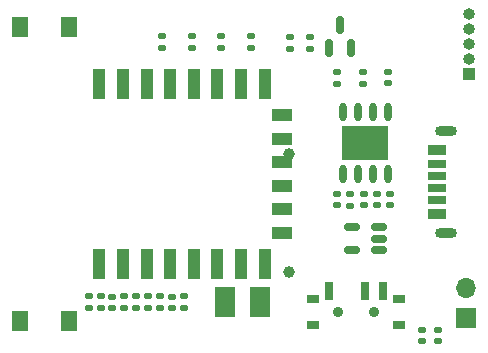
<source format=gbr>
%TF.GenerationSoftware,KiCad,Pcbnew,(6.0.2)*%
%TF.CreationDate,2022-03-05T20:45:56+08:00*%
%TF.ProjectId,screen,73637265-656e-42e6-9b69-6361645f7063,rev?*%
%TF.SameCoordinates,Original*%
%TF.FileFunction,Soldermask,Top*%
%TF.FilePolarity,Negative*%
%FSLAX46Y46*%
G04 Gerber Fmt 4.6, Leading zero omitted, Abs format (unit mm)*
G04 Created by KiCad (PCBNEW (6.0.2)) date 2022-03-05 20:45:56*
%MOMM*%
%LPD*%
G01*
G04 APERTURE LIST*
G04 Aperture macros list*
%AMRoundRect*
0 Rectangle with rounded corners*
0 $1 Rounding radius*
0 $2 $3 $4 $5 $6 $7 $8 $9 X,Y pos of 4 corners*
0 Add a 4 corners polygon primitive as box body*
4,1,4,$2,$3,$4,$5,$6,$7,$8,$9,$2,$3,0*
0 Add four circle primitives for the rounded corners*
1,1,$1+$1,$2,$3*
1,1,$1+$1,$4,$5*
1,1,$1+$1,$6,$7*
1,1,$1+$1,$8,$9*
0 Add four rect primitives between the rounded corners*
20,1,$1+$1,$2,$3,$4,$5,0*
20,1,$1+$1,$4,$5,$6,$7,0*
20,1,$1+$1,$6,$7,$8,$9,0*
20,1,$1+$1,$8,$9,$2,$3,0*%
G04 Aperture macros list end*
%ADD10RoundRect,0.140000X0.170000X-0.140000X0.170000X0.140000X-0.170000X0.140000X-0.170000X-0.140000X0*%
%ADD11RoundRect,0.135000X0.185000X-0.135000X0.185000X0.135000X-0.185000X0.135000X-0.185000X-0.135000X0*%
%ADD12R,4.000000X2.900000*%
%ADD13O,0.600000X1.600000*%
%ADD14RoundRect,0.135000X-0.185000X0.135000X-0.185000X-0.135000X0.185000X-0.135000X0.185000X0.135000X0*%
%ADD15RoundRect,0.147500X0.172500X-0.147500X0.172500X0.147500X-0.172500X0.147500X-0.172500X-0.147500X0*%
%ADD16R,1.000000X1.000000*%
%ADD17O,1.000000X1.000000*%
%ADD18R,1.550000X0.700000*%
%ADD19R,1.550000X0.800000*%
%ADD20R,1.550000X0.900000*%
%ADD21O,1.850000X0.850000*%
%ADD22R,1.800000X2.600000*%
%ADD23R,1.000000X0.800000*%
%ADD24C,0.900000*%
%ADD25R,0.700000X1.500000*%
%ADD26R,1.700000X1.700000*%
%ADD27O,1.700000X1.700000*%
%ADD28R,1.350000X1.800000*%
%ADD29R,1.000000X2.500000*%
%ADD30R,1.800000X1.000000*%
%ADD31RoundRect,0.150000X0.512500X0.150000X-0.512500X0.150000X-0.512500X-0.150000X0.512500X-0.150000X0*%
%ADD32RoundRect,0.147500X-0.172500X0.147500X-0.172500X-0.147500X0.172500X-0.147500X0.172500X0.147500X0*%
%ADD33RoundRect,0.150000X0.150000X-0.587500X0.150000X0.587500X-0.150000X0.587500X-0.150000X-0.587500X0*%
%ADD34C,1.000000*%
G04 APERTURE END LIST*
D10*
%TO.C,C4*%
X129600000Y-53360000D03*
X129600000Y-52400000D03*
%TD*%
D11*
%TO.C,R12*%
X128375000Y-43070000D03*
X128375000Y-42050000D03*
%TD*%
D12*
%TO.C,U4*%
X128620000Y-48080000D03*
D13*
X126715000Y-50680000D03*
X127985000Y-50680000D03*
X129255000Y-50680000D03*
X130525000Y-50680000D03*
X130525000Y-45480000D03*
X129255000Y-45480000D03*
X127985000Y-45480000D03*
X126715000Y-45480000D03*
%TD*%
D14*
%TO.C,R8*%
X106195000Y-61070000D03*
X106195000Y-62090000D03*
%TD*%
D15*
%TO.C,D3*%
X134770000Y-64865000D03*
X134770000Y-63895000D03*
%TD*%
D10*
%TO.C,C7*%
X130520000Y-43040000D03*
X130520000Y-42080000D03*
%TD*%
%TO.C,C3*%
X126220000Y-53360000D03*
X126220000Y-52400000D03*
%TD*%
D16*
%TO.C,J1*%
X137350000Y-42250000D03*
D17*
X137350000Y-40980000D03*
X137350000Y-39710000D03*
X137350000Y-38440000D03*
X137350000Y-37170000D03*
%TD*%
D18*
%TO.C,J2*%
X134675000Y-51900000D03*
D19*
X134675000Y-49880000D03*
D20*
X134675000Y-48660000D03*
D18*
X134675000Y-50900000D03*
D19*
X134675000Y-52920000D03*
D20*
X134675000Y-54140000D03*
D21*
X135450000Y-47080000D03*
X135450000Y-55720000D03*
%TD*%
D15*
%TO.C,D2*%
X133395000Y-64865000D03*
X133395000Y-63895000D03*
%TD*%
D10*
%TO.C,C6*%
X130720000Y-53360000D03*
X130720000Y-52400000D03*
%TD*%
D11*
%TO.C,R7*%
X111420000Y-40090000D03*
X111420000Y-39070000D03*
%TD*%
%TO.C,R10*%
X126220000Y-43070000D03*
X126220000Y-42050000D03*
%TD*%
%TO.C,R2*%
X111250000Y-62090000D03*
X111250000Y-61070000D03*
%TD*%
%TO.C,R1*%
X113920000Y-40090000D03*
X113920000Y-39070000D03*
%TD*%
D22*
%TO.C,C1*%
X119720000Y-61580000D03*
X116720000Y-61580000D03*
%TD*%
D11*
%TO.C,R11*%
X127350000Y-53390000D03*
X127350000Y-52370000D03*
%TD*%
D14*
%TO.C,R15*%
X122220000Y-39110000D03*
X122220000Y-40130000D03*
%TD*%
D23*
%TO.C,SW1*%
X131470000Y-63510000D03*
D24*
X126320000Y-62410000D03*
D23*
X131470000Y-61300000D03*
X124170000Y-63510000D03*
D24*
X129320000Y-62410000D03*
D23*
X124170000Y-61300000D03*
D25*
X125570000Y-60650000D03*
X128570000Y-60650000D03*
X130070000Y-60650000D03*
%TD*%
D14*
%TO.C,R4*%
X110235000Y-61070000D03*
X110235000Y-62090000D03*
%TD*%
D26*
%TO.C,J3*%
X137170000Y-62880000D03*
D27*
X137170000Y-60340000D03*
%TD*%
D28*
%TO.C,SW3*%
X103485000Y-38300000D03*
X99335000Y-38300000D03*
%TD*%
D29*
%TO.C,U2*%
X106090000Y-58320000D03*
X108090000Y-58320000D03*
X110090000Y-58320000D03*
X112090000Y-58320000D03*
X114090000Y-58320000D03*
X116090000Y-58320000D03*
X118090000Y-58320000D03*
X120090000Y-58320000D03*
D30*
X121590000Y-55720000D03*
X121590000Y-53720000D03*
X121590000Y-51720000D03*
X121590000Y-49720000D03*
X121590000Y-47720000D03*
X121590000Y-45720000D03*
D29*
X120090000Y-43120000D03*
X118090000Y-43120000D03*
X116090000Y-43120000D03*
X114090000Y-43120000D03*
X112090000Y-43120000D03*
X110090000Y-43120000D03*
X108090000Y-43120000D03*
X106090000Y-43120000D03*
%TD*%
D11*
%TO.C,R3*%
X116420000Y-40090000D03*
X116420000Y-39070000D03*
%TD*%
D14*
%TO.C,R13*%
X109220000Y-61070000D03*
X109220000Y-62090000D03*
%TD*%
D28*
%TO.C,SW2*%
X103495000Y-63180000D03*
X99345000Y-63180000D03*
%TD*%
D11*
%TO.C,R9*%
X118920000Y-40090000D03*
X118920000Y-39070000D03*
%TD*%
D14*
%TO.C,R16*%
X123960000Y-39110000D03*
X123960000Y-40130000D03*
%TD*%
D31*
%TO.C,U1*%
X129757500Y-57130000D03*
X129757500Y-56180000D03*
X129757500Y-55230000D03*
X127482500Y-55230000D03*
X127482500Y-57130000D03*
%TD*%
D10*
%TO.C,C2*%
X128480000Y-53360000D03*
X128480000Y-52400000D03*
%TD*%
D14*
%TO.C,R5*%
X113280000Y-61070000D03*
X113280000Y-62090000D03*
%TD*%
D32*
%TO.C,D1*%
X112265000Y-61095000D03*
X112265000Y-62065000D03*
%TD*%
D10*
%TO.C,C5*%
X107200000Y-62080000D03*
X107200000Y-61120000D03*
%TD*%
D11*
%TO.C,R14*%
X108205000Y-62090000D03*
X108205000Y-61070000D03*
%TD*%
D33*
%TO.C,Q1*%
X125500000Y-40007500D03*
X127400000Y-40007500D03*
X126450000Y-38132500D03*
%TD*%
D14*
%TO.C,R6*%
X105180000Y-61070000D03*
X105180000Y-62090000D03*
%TD*%
D34*
%TO.C,U3*%
X122110000Y-59000000D03*
X122110000Y-49000000D03*
%TD*%
M02*

</source>
